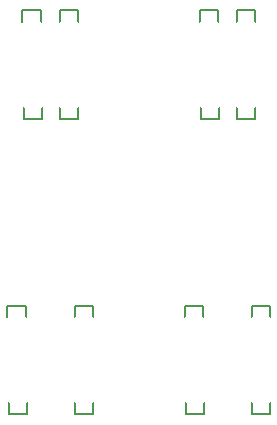
<source format=gbo>
G04 (created by PCBNEW-RS274X (2012-05-18 BZR 3565)-testing) date 5/24/2012 1:48:57 AM*
%MOIN*%
G04 Gerber Fmt 3.4, Leading zero omitted, Abs format*
%FSLAX34Y34*%
G01*
G70*
G90*
G04 APERTURE LIST*
%ADD10C,0.006*%
%ADD11C,0.005*%
%ADD12C,0.0489*%
%ADD13C,0.0488*%
%ADD14C,0.1034*%
%ADD15C,0.1033*%
G04 APERTURE END LIST*
G54D10*
G54D11*
X45831Y-37561D02*
X45831Y-38040D01*
X45222Y-37561D02*
X45222Y-38040D01*
X44581Y-37561D02*
X44581Y-38040D01*
X43971Y-37561D02*
X43971Y-38040D01*
X45831Y-41179D02*
X45831Y-40700D01*
X45222Y-41179D02*
X45222Y-40700D01*
X44631Y-41179D02*
X44631Y-40700D01*
X44021Y-41179D02*
X44021Y-40700D01*
X43971Y-37559D02*
X44581Y-37559D01*
X45222Y-37559D02*
X45831Y-37559D01*
X45831Y-41179D02*
X45222Y-41179D01*
X44631Y-41179D02*
X44021Y-41179D01*
X51736Y-37561D02*
X51736Y-38040D01*
X51127Y-37561D02*
X51127Y-38040D01*
X50486Y-37561D02*
X50486Y-38040D01*
X49876Y-37561D02*
X49876Y-38040D01*
X51736Y-41179D02*
X51736Y-40700D01*
X51127Y-41179D02*
X51127Y-40700D01*
X50536Y-41179D02*
X50536Y-40700D01*
X49926Y-41179D02*
X49926Y-40700D01*
X49876Y-37559D02*
X50486Y-37559D01*
X51127Y-37559D02*
X51736Y-37559D01*
X51736Y-41179D02*
X51127Y-41179D01*
X50536Y-41179D02*
X49926Y-41179D01*
X46331Y-47404D02*
X46331Y-47883D01*
X45722Y-47404D02*
X45722Y-47883D01*
X44081Y-47404D02*
X44081Y-47883D01*
X43471Y-47404D02*
X43471Y-47883D01*
X46331Y-51022D02*
X46331Y-50543D01*
X45722Y-51022D02*
X45722Y-50543D01*
X44131Y-51022D02*
X44131Y-50543D01*
X43521Y-51022D02*
X43521Y-50543D01*
X43471Y-47402D02*
X44081Y-47402D01*
X45722Y-47402D02*
X46331Y-47402D01*
X46331Y-51022D02*
X45722Y-51022D01*
X44131Y-51022D02*
X43521Y-51022D01*
X52236Y-47404D02*
X52236Y-47883D01*
X51627Y-47404D02*
X51627Y-47883D01*
X49986Y-47404D02*
X49986Y-47883D01*
X49376Y-47404D02*
X49376Y-47883D01*
X52236Y-51022D02*
X52236Y-50543D01*
X51627Y-51022D02*
X51627Y-50543D01*
X50036Y-51022D02*
X50036Y-50543D01*
X49426Y-51022D02*
X49426Y-50543D01*
X49376Y-47402D02*
X49986Y-47402D01*
X51627Y-47402D02*
X52236Y-47402D01*
X52236Y-51022D02*
X51627Y-51022D01*
X50036Y-51022D02*
X49426Y-51022D01*
%LPC*%
G54D12*
X44276Y-34449D03*
G54D13*
X46276Y-34049D03*
X46276Y-34849D03*
G54D12*
X50181Y-34449D03*
G54D13*
X52181Y-34049D03*
X52181Y-34849D03*
G54D12*
X44276Y-39370D03*
G54D13*
X46276Y-38970D03*
X46276Y-39770D03*
G54D14*
X44276Y-38370D03*
G54D15*
X45526Y-38370D03*
X44326Y-40370D03*
X45526Y-40370D03*
G54D12*
X50181Y-39370D03*
G54D13*
X52181Y-38970D03*
X52181Y-39770D03*
G54D14*
X50181Y-38370D03*
G54D15*
X51431Y-38370D03*
X50231Y-40370D03*
X51431Y-40370D03*
G54D12*
X43776Y-44291D03*
G54D13*
X46776Y-43891D03*
X46776Y-44691D03*
G54D12*
X49681Y-44291D03*
G54D13*
X52681Y-43891D03*
X52681Y-44691D03*
G54D12*
X43776Y-49213D03*
G54D13*
X46776Y-48813D03*
X46776Y-49613D03*
G54D14*
X43776Y-48213D03*
G54D15*
X46026Y-48213D03*
X43826Y-50213D03*
X46026Y-50213D03*
G54D12*
X49681Y-49213D03*
G54D13*
X52681Y-48813D03*
X52681Y-49613D03*
G54D14*
X49681Y-48213D03*
G54D15*
X51931Y-48213D03*
X49731Y-50213D03*
X51931Y-50213D03*
M02*

</source>
